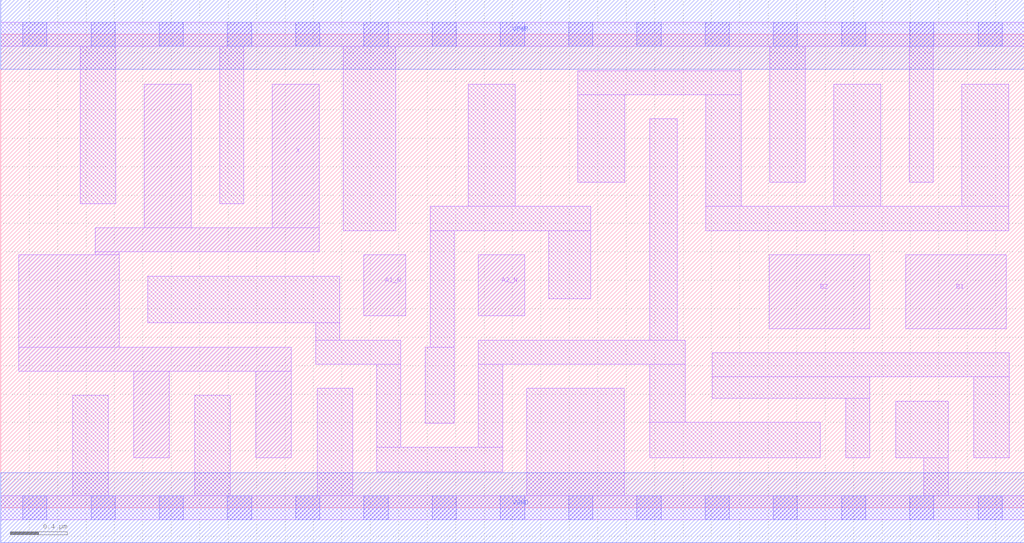
<source format=lef>
# Copyright 2020 The SkyWater PDK Authors
#
# Licensed under the Apache License, Version 2.0 (the "License");
# you may not use this file except in compliance with the License.
# You may obtain a copy of the License at
#
#     https://www.apache.org/licenses/LICENSE-2.0
#
# Unless required by applicable law or agreed to in writing, software
# distributed under the License is distributed on an "AS IS" BASIS,
# WITHOUT WARRANTIES OR CONDITIONS OF ANY KIND, either express or implied.
# See the License for the specific language governing permissions and
# limitations under the License.
#
# SPDX-License-Identifier: Apache-2.0

VERSION 5.7 ;
  NAMESCASESENSITIVE ON ;
  NOWIREEXTENSIONATPIN ON ;
  DIVIDERCHAR "/" ;
  BUSBITCHARS "[]" ;
UNITS
  DATABASE MICRONS 200 ;
END UNITS
MACRO sky130_fd_sc_ls__a2bb2o_4
  CLASS CORE ;
  FOREIGN sky130_fd_sc_ls__a2bb2o_4 ;
  ORIGIN  0.000000  0.000000 ;
  SIZE  7.200000 BY  3.330000 ;
  SYMMETRY X Y ;
  SITE unit ;
  PIN A1_N
    ANTENNAGATEAREA  0.264000 ;
    DIRECTION INPUT ;
    USE SIGNAL ;
    PORT
      LAYER li1 ;
        RECT 2.555000 1.350000 2.850000 1.780000 ;
    END
  END A1_N
  PIN A2_N
    ANTENNAGATEAREA  0.264000 ;
    DIRECTION INPUT ;
    USE SIGNAL ;
    PORT
      LAYER li1 ;
        RECT 3.360000 1.350000 3.685000 1.780000 ;
    END
  END A2_N
  PIN B1
    ANTENNAGATEAREA  0.492000 ;
    DIRECTION INPUT ;
    USE SIGNAL ;
    PORT
      LAYER li1 ;
        RECT 6.365000 1.260000 7.075000 1.780000 ;
    END
  END B1
  PIN B2
    ANTENNAGATEAREA  0.492000 ;
    DIRECTION INPUT ;
    USE SIGNAL ;
    PORT
      LAYER li1 ;
        RECT 5.405000 1.260000 6.115000 1.780000 ;
    END
  END B2
  PIN X
    ANTENNADIFFAREA  1.086400 ;
    DIRECTION OUTPUT ;
    USE SIGNAL ;
    PORT
      LAYER li1 ;
        RECT 0.125000 0.960000 2.045000 1.130000 ;
        RECT 0.125000 1.130000 0.835000 1.780000 ;
        RECT 0.665000 1.780000 0.835000 1.800000 ;
        RECT 0.665000 1.800000 2.240000 1.970000 ;
        RECT 0.935000 0.350000 1.185000 0.960000 ;
        RECT 1.010000 1.970000 1.340000 2.980000 ;
        RECT 1.795000 0.350000 2.045000 0.960000 ;
        RECT 1.910000 1.970000 2.240000 2.980000 ;
    END
  END X
  PIN VGND
    DIRECTION INOUT ;
    SHAPE ABUTMENT ;
    USE GROUND ;
    PORT
      LAYER met1 ;
        RECT 0.000000 -0.245000 7.200000 0.245000 ;
    END
  END VGND
  PIN VPWR
    DIRECTION INOUT ;
    SHAPE ABUTMENT ;
    USE POWER ;
    PORT
      LAYER met1 ;
        RECT 0.000000 3.085000 7.200000 3.575000 ;
    END
  END VPWR
  OBS
    LAYER li1 ;
      RECT 0.000000 -0.085000 7.200000 0.085000 ;
      RECT 0.000000  3.245000 7.200000 3.415000 ;
      RECT 0.505000  0.085000 0.755000 0.790000 ;
      RECT 0.560000  2.140000 0.810000 3.245000 ;
      RECT 1.035000  1.300000 2.385000 1.630000 ;
      RECT 1.365000  0.085000 1.615000 0.790000 ;
      RECT 1.540000  2.140000 1.710000 3.245000 ;
      RECT 2.215000  1.010000 2.815000 1.180000 ;
      RECT 2.215000  1.180000 2.385000 1.300000 ;
      RECT 2.225000  0.085000 2.475000 0.840000 ;
      RECT 2.410000  1.950000 2.780000 3.245000 ;
      RECT 2.645000  0.255000 3.530000 0.425000 ;
      RECT 2.645000  0.425000 2.815000 1.010000 ;
      RECT 2.985000  0.595000 3.190000 1.130000 ;
      RECT 3.020000  1.130000 3.190000 1.950000 ;
      RECT 3.020000  1.950000 4.150000 2.120000 ;
      RECT 3.290000  2.120000 3.620000 2.980000 ;
      RECT 3.360000  0.425000 3.530000 1.010000 ;
      RECT 3.360000  1.010000 4.815000 1.180000 ;
      RECT 3.700000  0.085000 4.385000 0.840000 ;
      RECT 3.855000  1.470000 4.150000 1.950000 ;
      RECT 4.060000  2.290000 4.390000 2.905000 ;
      RECT 4.060000  2.905000 5.210000 3.075000 ;
      RECT 4.565000  0.350000 5.765000 0.600000 ;
      RECT 4.565000  0.600000 4.815000 1.010000 ;
      RECT 4.565000  1.180000 4.760000 2.735000 ;
      RECT 4.960000  1.950000 7.090000 2.120000 ;
      RECT 4.960000  2.120000 5.210000 2.905000 ;
      RECT 5.005000  0.770000 6.115000 0.920000 ;
      RECT 5.005000  0.920000 7.095000 1.090000 ;
      RECT 5.410000  2.290000 5.660000 3.245000 ;
      RECT 5.860000  2.120000 6.190000 2.980000 ;
      RECT 5.945000  0.350000 6.115000 0.770000 ;
      RECT 6.295000  0.350000 6.665000 0.750000 ;
      RECT 6.390000  2.290000 6.560000 3.245000 ;
      RECT 6.495000  0.085000 6.665000 0.350000 ;
      RECT 6.760000  2.120000 7.090000 2.980000 ;
      RECT 6.845000  0.350000 7.095000 0.920000 ;
    LAYER mcon ;
      RECT 0.155000 -0.085000 0.325000 0.085000 ;
      RECT 0.155000  3.245000 0.325000 3.415000 ;
      RECT 0.635000 -0.085000 0.805000 0.085000 ;
      RECT 0.635000  3.245000 0.805000 3.415000 ;
      RECT 1.115000 -0.085000 1.285000 0.085000 ;
      RECT 1.115000  3.245000 1.285000 3.415000 ;
      RECT 1.595000 -0.085000 1.765000 0.085000 ;
      RECT 1.595000  3.245000 1.765000 3.415000 ;
      RECT 2.075000 -0.085000 2.245000 0.085000 ;
      RECT 2.075000  3.245000 2.245000 3.415000 ;
      RECT 2.555000 -0.085000 2.725000 0.085000 ;
      RECT 2.555000  3.245000 2.725000 3.415000 ;
      RECT 3.035000 -0.085000 3.205000 0.085000 ;
      RECT 3.035000  3.245000 3.205000 3.415000 ;
      RECT 3.515000 -0.085000 3.685000 0.085000 ;
      RECT 3.515000  3.245000 3.685000 3.415000 ;
      RECT 3.995000 -0.085000 4.165000 0.085000 ;
      RECT 3.995000  3.245000 4.165000 3.415000 ;
      RECT 4.475000 -0.085000 4.645000 0.085000 ;
      RECT 4.475000  3.245000 4.645000 3.415000 ;
      RECT 4.955000 -0.085000 5.125000 0.085000 ;
      RECT 4.955000  3.245000 5.125000 3.415000 ;
      RECT 5.435000 -0.085000 5.605000 0.085000 ;
      RECT 5.435000  3.245000 5.605000 3.415000 ;
      RECT 5.915000 -0.085000 6.085000 0.085000 ;
      RECT 5.915000  3.245000 6.085000 3.415000 ;
      RECT 6.395000 -0.085000 6.565000 0.085000 ;
      RECT 6.395000  3.245000 6.565000 3.415000 ;
      RECT 6.875000 -0.085000 7.045000 0.085000 ;
      RECT 6.875000  3.245000 7.045000 3.415000 ;
  END
END sky130_fd_sc_ls__a2bb2o_4
END LIBRARY

</source>
